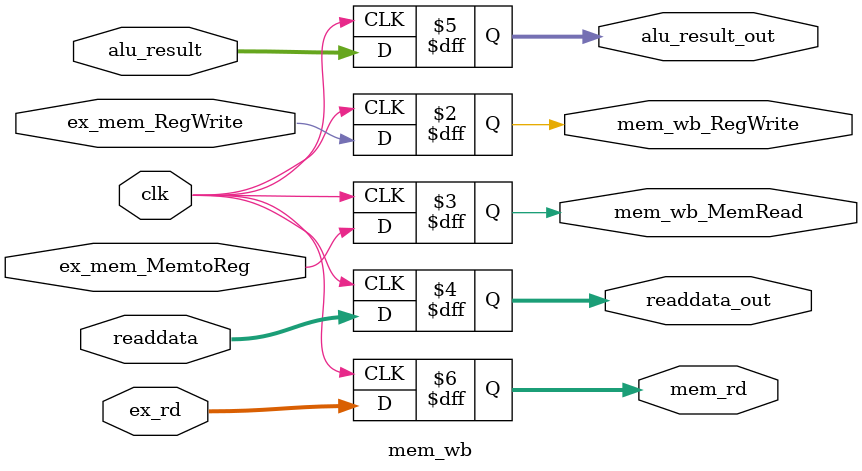
<source format=v>
module mem_wb (
    input clk,
    input ex_mem_RegWrite,ex_mem_MemtoReg,
    input [31:0]readdata,
    input [31:0]alu_result,
    input [4:0] ex_rd,
    output reg mem_wb_RegWrite,mem_wb_MemRead,
    output reg [31:0]readdata_out,
    output reg [31:0]alu_result_out,
    output reg [4:0] mem_rd
);
always @(posedge clk ) begin
    mem_wb_RegWrite  <= ex_mem_RegWrite;
    mem_wb_MemRead   <= ex_mem_MemtoReg;
    readdata_out <= readdata;
    alu_result_out <= alu_result;
    mem_rd <= ex_rd;
end
    
endmodule
</source>
